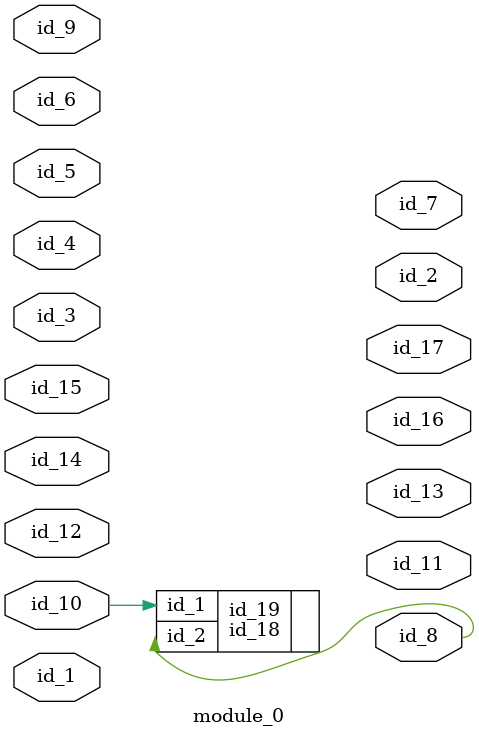
<source format=v>
module module_0 (
    id_1,
    id_2,
    id_3,
    id_4,
    id_5,
    id_6,
    id_7,
    id_8,
    id_9,
    id_10,
    id_11,
    id_12,
    id_13,
    id_14,
    id_15,
    id_16,
    id_17
);
  output id_17;
  output id_16;
  input id_15;
  input id_14;
  output id_13;
  input id_12;
  output id_11;
  input id_10;
  input id_9;
  output id_8;
  output id_7;
  input id_6;
  input id_5;
  input id_4;
  input id_3;
  output id_2;
  input id_1;
  id_18 id_19 (
      .id_2(id_8),
      .id_1(id_10)
  );
endmodule

</source>
